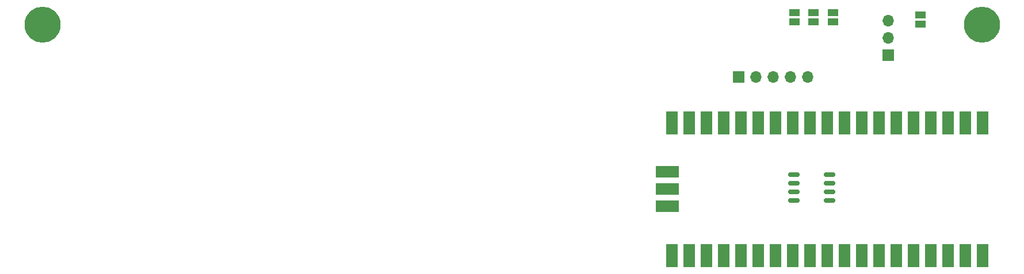
<source format=gbs>
G04 #@! TF.GenerationSoftware,KiCad,Pcbnew,6.0.2+dfsg-1*
G04 #@! TF.CreationDate,2023-12-26T19:09:36+01:00*
G04 #@! TF.ProjectId,vesuvius-badge-charlie,76657375-7669-4757-932d-62616467652d,rev?*
G04 #@! TF.SameCoordinates,Original*
G04 #@! TF.FileFunction,Soldermask,Bot*
G04 #@! TF.FilePolarity,Negative*
%FSLAX46Y46*%
G04 Gerber Fmt 4.6, Leading zero omitted, Abs format (unit mm)*
G04 Created by KiCad (PCBNEW 6.0.2+dfsg-1) date 2023-12-26 19:09:36*
%MOMM*%
%LPD*%
G01*
G04 APERTURE LIST*
G04 Aperture macros list*
%AMRoundRect*
0 Rectangle with rounded corners*
0 $1 Rounding radius*
0 $2 $3 $4 $5 $6 $7 $8 $9 X,Y pos of 4 corners*
0 Add a 4 corners polygon primitive as box body*
4,1,4,$2,$3,$4,$5,$6,$7,$8,$9,$2,$3,0*
0 Add four circle primitives for the rounded corners*
1,1,$1+$1,$2,$3*
1,1,$1+$1,$4,$5*
1,1,$1+$1,$6,$7*
1,1,$1+$1,$8,$9*
0 Add four rect primitives between the rounded corners*
20,1,$1+$1,$2,$3,$4,$5,0*
20,1,$1+$1,$4,$5,$6,$7,0*
20,1,$1+$1,$6,$7,$8,$9,0*
20,1,$1+$1,$8,$9,$2,$3,0*%
G04 Aperture macros list end*
%ADD10R,1.700000X1.700000*%
%ADD11O,1.700000X1.700000*%
%ADD12R,1.500000X1.000000*%
%ADD13C,5.300000*%
%ADD14RoundRect,0.150000X0.675000X0.150000X-0.675000X0.150000X-0.675000X-0.150000X0.675000X-0.150000X0*%
%ADD15R,1.700000X3.500000*%
%ADD16R,3.500000X1.700000*%
G04 APERTURE END LIST*
D10*
X239750000Y-64525000D03*
D11*
X239750000Y-61985000D03*
X239750000Y-59445000D03*
D10*
X217750000Y-67750000D03*
D11*
X220290000Y-67750000D03*
X222830000Y-67750000D03*
X225370000Y-67750000D03*
X227910000Y-67750000D03*
D12*
X244500000Y-58600000D03*
X244500000Y-59900000D03*
D13*
X253500000Y-60000000D03*
X115250000Y-60000000D03*
D14*
X225875000Y-82095000D03*
X225875000Y-83365000D03*
X225875000Y-84635000D03*
X225875000Y-85905000D03*
X231125000Y-85905000D03*
X231125000Y-84635000D03*
X231125000Y-83365000D03*
X231125000Y-82095000D03*
D12*
X231600000Y-59562500D03*
X231600000Y-58262500D03*
X225900000Y-59562500D03*
X225900000Y-58262500D03*
D15*
X253640000Y-94040000D03*
X251100000Y-94040000D03*
X248560000Y-94040000D03*
X246020000Y-94040000D03*
X243480000Y-94040000D03*
X240940000Y-94040000D03*
X238400000Y-94040000D03*
X235860000Y-94040000D03*
X233320000Y-94040000D03*
X230780000Y-94040000D03*
X228240000Y-94040000D03*
X225700000Y-94040000D03*
X223160000Y-94040000D03*
X220620000Y-94040000D03*
X218080000Y-94040000D03*
X215540000Y-94040000D03*
X213000000Y-94040000D03*
X210460000Y-94040000D03*
X207920000Y-94040000D03*
X207920000Y-74460000D03*
X210460000Y-74460000D03*
X213000000Y-74460000D03*
X215540000Y-74460000D03*
X218080000Y-74460000D03*
X220620000Y-74460000D03*
X223160000Y-74460000D03*
X225700000Y-74460000D03*
X228240000Y-74460000D03*
X230780000Y-74460000D03*
X233320000Y-74460000D03*
X235860000Y-74460000D03*
X238400000Y-74460000D03*
X240940000Y-74460000D03*
X243480000Y-74460000D03*
X246020000Y-74460000D03*
X248560000Y-74460000D03*
X251100000Y-74460000D03*
X253640000Y-74460000D03*
D16*
X207250000Y-86790000D03*
X207250000Y-84250000D03*
X207250000Y-81710000D03*
D12*
X228750000Y-59562500D03*
X228750000Y-58262500D03*
M02*

</source>
